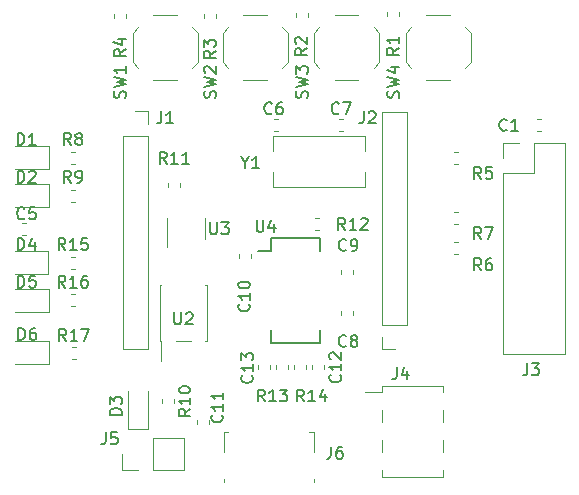
<source format=gto>
G04 #@! TF.GenerationSoftware,KiCad,Pcbnew,(5.1.4)-1*
G04 #@! TF.CreationDate,2019-10-27T13:28:14-04:00*
G04 #@! TF.ProjectId,wiproc,77697072-6f63-42e6-9b69-6361645f7063,rev?*
G04 #@! TF.SameCoordinates,Original*
G04 #@! TF.FileFunction,Legend,Top*
G04 #@! TF.FilePolarity,Positive*
%FSLAX46Y46*%
G04 Gerber Fmt 4.6, Leading zero omitted, Abs format (unit mm)*
G04 Created by KiCad (PCBNEW (5.1.4)-1) date 2019-10-27 13:28:14*
%MOMM*%
%LPD*%
G04 APERTURE LIST*
%ADD10C,0.120000*%
%ADD11C,0.150000*%
G04 APERTURE END LIST*
D10*
X139866000Y-76053000D02*
X139866000Y-73553000D01*
X141616000Y-77553000D02*
X143616000Y-77553000D01*
X145366000Y-76053000D02*
X145366000Y-73553000D01*
X141616000Y-72053000D02*
X143616000Y-72053000D01*
X140316000Y-76503000D02*
X139866000Y-76053000D01*
X140316000Y-73103000D02*
X139866000Y-73553000D01*
X144916000Y-73103000D02*
X145366000Y-73553000D01*
X144916000Y-76503000D02*
X145366000Y-76053000D01*
X132129000Y-76053000D02*
X132129000Y-73553000D01*
X133879000Y-77553000D02*
X135879000Y-77553000D01*
X137629000Y-76053000D02*
X137629000Y-73553000D01*
X133879000Y-72053000D02*
X135879000Y-72053000D01*
X132579000Y-76503000D02*
X132129000Y-76053000D01*
X132579000Y-73103000D02*
X132129000Y-73553000D01*
X137179000Y-73103000D02*
X137629000Y-73553000D01*
X137179000Y-76503000D02*
X137629000Y-76053000D01*
X142309667Y-80871600D02*
X141967133Y-80871600D01*
X142309667Y-81891600D02*
X141967133Y-81891600D01*
X155896000Y-82871000D02*
X157226000Y-82871000D01*
X155896000Y-84201000D02*
X155896000Y-82871000D01*
X158496000Y-82871000D02*
X161096000Y-82871000D01*
X158496000Y-85471000D02*
X158496000Y-82871000D01*
X155896000Y-85471000D02*
X158496000Y-85471000D01*
X161096000Y-82871000D02*
X161096000Y-100771000D01*
X155896000Y-85471000D02*
X155896000Y-100771000D01*
X155896000Y-100771000D02*
X161096000Y-100771000D01*
X146710400Y-100348600D02*
X145650400Y-100348600D01*
X145650400Y-100348600D02*
X145650400Y-99288600D01*
X145650400Y-98288600D02*
X145650400Y-80228600D01*
X147770400Y-80228600D02*
X145650400Y-80228600D01*
X147770400Y-98288600D02*
X147770400Y-80228600D01*
X147770400Y-98288600D02*
X145650400Y-98288600D01*
X124714000Y-80220000D02*
X125774000Y-80220000D01*
X125774000Y-80220000D02*
X125774000Y-81280000D01*
X125774000Y-82280000D02*
X125774000Y-100340000D01*
X123654000Y-100340000D02*
X125774000Y-100340000D01*
X123654000Y-82280000D02*
X123654000Y-100340000D01*
X123654000Y-82280000D02*
X125774000Y-82280000D01*
X126778000Y-94882000D02*
X126928000Y-94882000D01*
X126778000Y-99682000D02*
X126778000Y-94882000D01*
X126928000Y-99682000D02*
X126778000Y-99682000D01*
X130778000Y-99682000D02*
X130628000Y-99682000D01*
X130778000Y-94882000D02*
X130778000Y-99682000D01*
X130628000Y-94882000D02*
X130778000Y-94882000D01*
X129428000Y-99682000D02*
X128128000Y-99682000D01*
X126928000Y-99682000D02*
X126928000Y-101382000D01*
X136371000Y-82285000D02*
X136371000Y-83555000D01*
X144211000Y-82285000D02*
X144211000Y-83555000D01*
X144211000Y-82285000D02*
X136371000Y-82285000D01*
X136371000Y-86625000D02*
X136371000Y-85355000D01*
X144211000Y-86625000D02*
X144211000Y-85355000D01*
X144211000Y-86625000D02*
X136371000Y-86625000D01*
D11*
X136228000Y-92012000D02*
X135103000Y-92012000D01*
X136228000Y-99852000D02*
X140378000Y-99852000D01*
X136228000Y-90902000D02*
X140378000Y-90902000D01*
X136228000Y-99852000D02*
X136228000Y-98742000D01*
X140378000Y-99852000D02*
X140378000Y-98742000D01*
X140378000Y-90902000D02*
X140378000Y-92012000D01*
X136228000Y-92012000D02*
X136228000Y-90902000D01*
D10*
X127422000Y-89227000D02*
X127422000Y-91677000D01*
X130642000Y-91027000D02*
X130642000Y-89227000D01*
X147618000Y-76053000D02*
X147618000Y-73553000D01*
X149368000Y-77553000D02*
X151368000Y-77553000D01*
X153118000Y-76053000D02*
X153118000Y-73553000D01*
X149368000Y-72053000D02*
X151368000Y-72053000D01*
X148068000Y-76503000D02*
X147618000Y-76053000D01*
X148068000Y-73103000D02*
X147618000Y-73553000D01*
X152668000Y-73103000D02*
X153118000Y-73553000D01*
X152668000Y-76503000D02*
X153118000Y-76053000D01*
X124504000Y-76053000D02*
X124504000Y-73553000D01*
X126254000Y-77553000D02*
X128254000Y-77553000D01*
X130004000Y-76053000D02*
X130004000Y-73553000D01*
X126254000Y-72053000D02*
X128254000Y-72053000D01*
X124954000Y-76503000D02*
X124504000Y-76053000D01*
X124954000Y-73103000D02*
X124504000Y-73553000D01*
X129554000Y-73103000D02*
X130004000Y-73553000D01*
X129554000Y-76503000D02*
X130004000Y-76053000D01*
X119349733Y-101157500D02*
X119692267Y-101157500D01*
X119349733Y-100137500D02*
X119692267Y-100137500D01*
X119258233Y-96712500D02*
X119600767Y-96712500D01*
X119258233Y-95692500D02*
X119600767Y-95692500D01*
X119258233Y-93601000D02*
X119600767Y-93601000D01*
X119258233Y-92581000D02*
X119600767Y-92581000D01*
X138174000Y-101682733D02*
X138174000Y-102025267D01*
X139194000Y-101682733D02*
X139194000Y-102025267D01*
X136650000Y-101682733D02*
X136650000Y-102025267D01*
X137670000Y-101682733D02*
X137670000Y-102025267D01*
X140252267Y-89279000D02*
X139909733Y-89279000D01*
X140252267Y-90299000D02*
X139909733Y-90299000D01*
X128526000Y-86658267D02*
X128526000Y-86315733D01*
X127506000Y-86658267D02*
X127506000Y-86315733D01*
X126998000Y-104589733D02*
X126998000Y-104932267D01*
X128018000Y-104589733D02*
X128018000Y-104932267D01*
X119258233Y-87886000D02*
X119600767Y-87886000D01*
X119258233Y-86866000D02*
X119600767Y-86866000D01*
X119258233Y-84647500D02*
X119600767Y-84647500D01*
X119258233Y-83627500D02*
X119600767Y-83627500D01*
X151734733Y-89791000D02*
X152077267Y-89791000D01*
X151734733Y-88771000D02*
X152077267Y-88771000D01*
X151734733Y-92331000D02*
X152077267Y-92331000D01*
X151734733Y-91311000D02*
X152077267Y-91311000D01*
X151734733Y-84711000D02*
X152077267Y-84711000D01*
X151734733Y-83691000D02*
X152077267Y-83691000D01*
X123954000Y-72293267D02*
X123954000Y-71950733D01*
X122934000Y-72293267D02*
X122934000Y-71950733D01*
X131574000Y-72307267D02*
X131574000Y-71964733D01*
X130554000Y-72307267D02*
X130554000Y-71964733D01*
X139321000Y-72194267D02*
X139321000Y-71851733D01*
X138301000Y-72194267D02*
X138301000Y-71851733D01*
X147068000Y-72180267D02*
X147068000Y-71837733D01*
X146048000Y-72180267D02*
X146048000Y-71837733D01*
X132218000Y-111636000D02*
X132218000Y-111376000D01*
X132218000Y-109096000D02*
X132218000Y-107326000D01*
X132218000Y-107326000D02*
X132598000Y-107326000D01*
X139838000Y-107326000D02*
X139838000Y-109096000D01*
X139838000Y-111376000D02*
X139838000Y-111636000D01*
X139838000Y-107326000D02*
X139458000Y-107326000D01*
X123638000Y-110550000D02*
X123638000Y-109220000D01*
X124968000Y-110550000D02*
X123638000Y-110550000D01*
X126238000Y-110550000D02*
X126238000Y-107890000D01*
X126238000Y-107890000D02*
X128838000Y-107890000D01*
X126238000Y-110550000D02*
X128838000Y-110550000D01*
X128838000Y-110550000D02*
X128838000Y-107890000D01*
X150794000Y-108075000D02*
X150794000Y-109095000D01*
X145594000Y-108075000D02*
X145594000Y-109095000D01*
X150794000Y-105535000D02*
X150794000Y-106555000D01*
X145594000Y-105535000D02*
X145594000Y-106555000D01*
X150794000Y-110615000D02*
X150794000Y-111185000D01*
X145594000Y-110615000D02*
X145594000Y-111185000D01*
X150794000Y-103445000D02*
X150794000Y-104015000D01*
X145594000Y-103445000D02*
X145594000Y-104015000D01*
X144154000Y-104015000D02*
X145594000Y-104015000D01*
X145594000Y-111185000D02*
X150794000Y-111185000D01*
X145594000Y-103445000D02*
X150794000Y-103445000D01*
X117421000Y-99687500D02*
X114561000Y-99687500D01*
X117421000Y-101607500D02*
X117421000Y-99687500D01*
X114561000Y-101607500D02*
X117421000Y-101607500D01*
X117375500Y-95242500D02*
X114515500Y-95242500D01*
X117375500Y-97162500D02*
X117375500Y-95242500D01*
X114515500Y-97162500D02*
X117375500Y-97162500D01*
X117357500Y-92067500D02*
X114497500Y-92067500D01*
X117357500Y-93987500D02*
X117357500Y-92067500D01*
X114497500Y-93987500D02*
X117357500Y-93987500D01*
X124118000Y-107076000D02*
X124118000Y-103926000D01*
X125818000Y-107076000D02*
X125818000Y-103926000D01*
X124118000Y-107076000D02*
X125818000Y-107076000D01*
X117375500Y-86352500D02*
X114515500Y-86352500D01*
X117375500Y-88272500D02*
X117375500Y-86352500D01*
X114515500Y-88272500D02*
X117375500Y-88272500D01*
X117375500Y-83177500D02*
X114515500Y-83177500D01*
X117375500Y-85097500D02*
X117375500Y-83177500D01*
X114515500Y-85097500D02*
X117375500Y-85097500D01*
X136146000Y-102025267D02*
X136146000Y-101682733D01*
X135126000Y-102025267D02*
X135126000Y-101682733D01*
X140718000Y-102025267D02*
X140718000Y-101682733D01*
X139698000Y-102025267D02*
X139698000Y-101682733D01*
X129919000Y-106381733D02*
X129919000Y-106724267D01*
X130939000Y-106381733D02*
X130939000Y-106724267D01*
X134495000Y-92641267D02*
X134495000Y-92298733D01*
X133475000Y-92641267D02*
X133475000Y-92298733D01*
X143131000Y-94024267D02*
X143131000Y-93681733D01*
X142111000Y-94024267D02*
X142111000Y-93681733D01*
X142111000Y-97096733D02*
X142111000Y-97439267D01*
X143131000Y-97096733D02*
X143131000Y-97439267D01*
X136823267Y-80871600D02*
X136480733Y-80871600D01*
X136823267Y-81891600D02*
X136480733Y-81891600D01*
X115130733Y-90680000D02*
X115473267Y-90680000D01*
X115130733Y-89660000D02*
X115473267Y-89660000D01*
X159062267Y-80897000D02*
X158719733Y-80897000D01*
X159062267Y-81917000D02*
X158719733Y-81917000D01*
D11*
X139270761Y-79057333D02*
X139318380Y-78914476D01*
X139318380Y-78676380D01*
X139270761Y-78581142D01*
X139223142Y-78533523D01*
X139127904Y-78485904D01*
X139032666Y-78485904D01*
X138937428Y-78533523D01*
X138889809Y-78581142D01*
X138842190Y-78676380D01*
X138794571Y-78866857D01*
X138746952Y-78962095D01*
X138699333Y-79009714D01*
X138604095Y-79057333D01*
X138508857Y-79057333D01*
X138413619Y-79009714D01*
X138366000Y-78962095D01*
X138318380Y-78866857D01*
X138318380Y-78628761D01*
X138366000Y-78485904D01*
X138318380Y-78152571D02*
X139318380Y-77914476D01*
X138604095Y-77724000D01*
X139318380Y-77533523D01*
X138318380Y-77295428D01*
X138318380Y-77009714D02*
X138318380Y-76390666D01*
X138699333Y-76724000D01*
X138699333Y-76581142D01*
X138746952Y-76485904D01*
X138794571Y-76438285D01*
X138889809Y-76390666D01*
X139127904Y-76390666D01*
X139223142Y-76438285D01*
X139270761Y-76485904D01*
X139318380Y-76581142D01*
X139318380Y-76866857D01*
X139270761Y-76962095D01*
X139223142Y-77009714D01*
X131494161Y-79057333D02*
X131541780Y-78914476D01*
X131541780Y-78676380D01*
X131494161Y-78581142D01*
X131446542Y-78533523D01*
X131351304Y-78485904D01*
X131256066Y-78485904D01*
X131160828Y-78533523D01*
X131113209Y-78581142D01*
X131065590Y-78676380D01*
X131017971Y-78866857D01*
X130970352Y-78962095D01*
X130922733Y-79009714D01*
X130827495Y-79057333D01*
X130732257Y-79057333D01*
X130637019Y-79009714D01*
X130589400Y-78962095D01*
X130541780Y-78866857D01*
X130541780Y-78628761D01*
X130589400Y-78485904D01*
X130541780Y-78152571D02*
X131541780Y-77914476D01*
X130827495Y-77724000D01*
X131541780Y-77533523D01*
X130541780Y-77295428D01*
X130637019Y-76962095D02*
X130589400Y-76914476D01*
X130541780Y-76819238D01*
X130541780Y-76581142D01*
X130589400Y-76485904D01*
X130637019Y-76438285D01*
X130732257Y-76390666D01*
X130827495Y-76390666D01*
X130970352Y-76438285D01*
X131541780Y-77009714D01*
X131541780Y-76390666D01*
X141971733Y-80367142D02*
X141924114Y-80414761D01*
X141781257Y-80462380D01*
X141686019Y-80462380D01*
X141543161Y-80414761D01*
X141447923Y-80319523D01*
X141400304Y-80224285D01*
X141352685Y-80033809D01*
X141352685Y-79890952D01*
X141400304Y-79700476D01*
X141447923Y-79605238D01*
X141543161Y-79510000D01*
X141686019Y-79462380D01*
X141781257Y-79462380D01*
X141924114Y-79510000D01*
X141971733Y-79557619D01*
X142305066Y-79462380D02*
X142971733Y-79462380D01*
X142543161Y-80462380D01*
X157908666Y-101560380D02*
X157908666Y-102274666D01*
X157861047Y-102417523D01*
X157765809Y-102512761D01*
X157622952Y-102560380D01*
X157527714Y-102560380D01*
X158289619Y-101560380D02*
X158908666Y-101560380D01*
X158575333Y-101941333D01*
X158718190Y-101941333D01*
X158813428Y-101988952D01*
X158861047Y-102036571D01*
X158908666Y-102131809D01*
X158908666Y-102369904D01*
X158861047Y-102465142D01*
X158813428Y-102512761D01*
X158718190Y-102560380D01*
X158432476Y-102560380D01*
X158337238Y-102512761D01*
X158289619Y-102465142D01*
X144065666Y-80224380D02*
X144065666Y-80938666D01*
X144018047Y-81081523D01*
X143922809Y-81176761D01*
X143779952Y-81224380D01*
X143684714Y-81224380D01*
X144494238Y-80319619D02*
X144541857Y-80272000D01*
X144637095Y-80224380D01*
X144875190Y-80224380D01*
X144970428Y-80272000D01*
X145018047Y-80319619D01*
X145065666Y-80414857D01*
X145065666Y-80510095D01*
X145018047Y-80652952D01*
X144446619Y-81224380D01*
X145065666Y-81224380D01*
X126920666Y-80224380D02*
X126920666Y-80938666D01*
X126873047Y-81081523D01*
X126777809Y-81176761D01*
X126634952Y-81224380D01*
X126539714Y-81224380D01*
X127920666Y-81224380D02*
X127349238Y-81224380D01*
X127634952Y-81224380D02*
X127634952Y-80224380D01*
X127539714Y-80367238D01*
X127444476Y-80462476D01*
X127349238Y-80510095D01*
X128016095Y-97242380D02*
X128016095Y-98051904D01*
X128063714Y-98147142D01*
X128111333Y-98194761D01*
X128206571Y-98242380D01*
X128397047Y-98242380D01*
X128492285Y-98194761D01*
X128539904Y-98147142D01*
X128587523Y-98051904D01*
X128587523Y-97242380D01*
X129016095Y-97337619D02*
X129063714Y-97290000D01*
X129158952Y-97242380D01*
X129397047Y-97242380D01*
X129492285Y-97290000D01*
X129539904Y-97337619D01*
X129587523Y-97432857D01*
X129587523Y-97528095D01*
X129539904Y-97670952D01*
X128968476Y-98242380D01*
X129587523Y-98242380D01*
X134016809Y-84558190D02*
X134016809Y-85034380D01*
X133683476Y-84034380D02*
X134016809Y-84558190D01*
X134350142Y-84034380D01*
X135207285Y-85034380D02*
X134635857Y-85034380D01*
X134921571Y-85034380D02*
X134921571Y-84034380D01*
X134826333Y-84177238D01*
X134731095Y-84272476D01*
X134635857Y-84320095D01*
X135001095Y-89429380D02*
X135001095Y-90238904D01*
X135048714Y-90334142D01*
X135096333Y-90381761D01*
X135191571Y-90429380D01*
X135382047Y-90429380D01*
X135477285Y-90381761D01*
X135524904Y-90334142D01*
X135572523Y-90238904D01*
X135572523Y-89429380D01*
X136477285Y-89762714D02*
X136477285Y-90429380D01*
X136239190Y-89381761D02*
X136001095Y-90096047D01*
X136620142Y-90096047D01*
X131064095Y-89622380D02*
X131064095Y-90431904D01*
X131111714Y-90527142D01*
X131159333Y-90574761D01*
X131254571Y-90622380D01*
X131445047Y-90622380D01*
X131540285Y-90574761D01*
X131587904Y-90527142D01*
X131635523Y-90431904D01*
X131635523Y-89622380D01*
X132016476Y-89622380D02*
X132635523Y-89622380D01*
X132302190Y-90003333D01*
X132445047Y-90003333D01*
X132540285Y-90050952D01*
X132587904Y-90098571D01*
X132635523Y-90193809D01*
X132635523Y-90431904D01*
X132587904Y-90527142D01*
X132540285Y-90574761D01*
X132445047Y-90622380D01*
X132159333Y-90622380D01*
X132064095Y-90574761D01*
X132016476Y-90527142D01*
X147022761Y-79057333D02*
X147070380Y-78914476D01*
X147070380Y-78676380D01*
X147022761Y-78581142D01*
X146975142Y-78533523D01*
X146879904Y-78485904D01*
X146784666Y-78485904D01*
X146689428Y-78533523D01*
X146641809Y-78581142D01*
X146594190Y-78676380D01*
X146546571Y-78866857D01*
X146498952Y-78962095D01*
X146451333Y-79009714D01*
X146356095Y-79057333D01*
X146260857Y-79057333D01*
X146165619Y-79009714D01*
X146118000Y-78962095D01*
X146070380Y-78866857D01*
X146070380Y-78628761D01*
X146118000Y-78485904D01*
X146070380Y-78152571D02*
X147070380Y-77914476D01*
X146356095Y-77724000D01*
X147070380Y-77533523D01*
X146070380Y-77295428D01*
X146403714Y-76485904D02*
X147070380Y-76485904D01*
X146022761Y-76724000D02*
X146737047Y-76962095D01*
X146737047Y-76343047D01*
X123848761Y-79057333D02*
X123896380Y-78914476D01*
X123896380Y-78676380D01*
X123848761Y-78581142D01*
X123801142Y-78533523D01*
X123705904Y-78485904D01*
X123610666Y-78485904D01*
X123515428Y-78533523D01*
X123467809Y-78581142D01*
X123420190Y-78676380D01*
X123372571Y-78866857D01*
X123324952Y-78962095D01*
X123277333Y-79009714D01*
X123182095Y-79057333D01*
X123086857Y-79057333D01*
X122991619Y-79009714D01*
X122944000Y-78962095D01*
X122896380Y-78866857D01*
X122896380Y-78628761D01*
X122944000Y-78485904D01*
X122896380Y-78152571D02*
X123896380Y-77914476D01*
X123182095Y-77724000D01*
X123896380Y-77533523D01*
X122896380Y-77295428D01*
X123896380Y-76390666D02*
X123896380Y-76962095D01*
X123896380Y-76676380D02*
X122896380Y-76676380D01*
X123039238Y-76771619D01*
X123134476Y-76866857D01*
X123182095Y-76962095D01*
X118864142Y-99639380D02*
X118530809Y-99163190D01*
X118292714Y-99639380D02*
X118292714Y-98639380D01*
X118673666Y-98639380D01*
X118768904Y-98687000D01*
X118816523Y-98734619D01*
X118864142Y-98829857D01*
X118864142Y-98972714D01*
X118816523Y-99067952D01*
X118768904Y-99115571D01*
X118673666Y-99163190D01*
X118292714Y-99163190D01*
X119816523Y-99639380D02*
X119245095Y-99639380D01*
X119530809Y-99639380D02*
X119530809Y-98639380D01*
X119435571Y-98782238D01*
X119340333Y-98877476D01*
X119245095Y-98925095D01*
X120149857Y-98639380D02*
X120816523Y-98639380D01*
X120387952Y-99639380D01*
X118800642Y-95130880D02*
X118467309Y-94654690D01*
X118229214Y-95130880D02*
X118229214Y-94130880D01*
X118610166Y-94130880D01*
X118705404Y-94178500D01*
X118753023Y-94226119D01*
X118800642Y-94321357D01*
X118800642Y-94464214D01*
X118753023Y-94559452D01*
X118705404Y-94607071D01*
X118610166Y-94654690D01*
X118229214Y-94654690D01*
X119753023Y-95130880D02*
X119181595Y-95130880D01*
X119467309Y-95130880D02*
X119467309Y-94130880D01*
X119372071Y-94273738D01*
X119276833Y-94368976D01*
X119181595Y-94416595D01*
X120610166Y-94130880D02*
X120419690Y-94130880D01*
X120324452Y-94178500D01*
X120276833Y-94226119D01*
X120181595Y-94368976D01*
X120133976Y-94559452D01*
X120133976Y-94940404D01*
X120181595Y-95035642D01*
X120229214Y-95083261D01*
X120324452Y-95130880D01*
X120514928Y-95130880D01*
X120610166Y-95083261D01*
X120657785Y-95035642D01*
X120705404Y-94940404D01*
X120705404Y-94702309D01*
X120657785Y-94607071D01*
X120610166Y-94559452D01*
X120514928Y-94511833D01*
X120324452Y-94511833D01*
X120229214Y-94559452D01*
X120181595Y-94607071D01*
X120133976Y-94702309D01*
X118800642Y-91955880D02*
X118467309Y-91479690D01*
X118229214Y-91955880D02*
X118229214Y-90955880D01*
X118610166Y-90955880D01*
X118705404Y-91003500D01*
X118753023Y-91051119D01*
X118800642Y-91146357D01*
X118800642Y-91289214D01*
X118753023Y-91384452D01*
X118705404Y-91432071D01*
X118610166Y-91479690D01*
X118229214Y-91479690D01*
X119753023Y-91955880D02*
X119181595Y-91955880D01*
X119467309Y-91955880D02*
X119467309Y-90955880D01*
X119372071Y-91098738D01*
X119276833Y-91193976D01*
X119181595Y-91241595D01*
X120657785Y-90955880D02*
X120181595Y-90955880D01*
X120133976Y-91432071D01*
X120181595Y-91384452D01*
X120276833Y-91336833D01*
X120514928Y-91336833D01*
X120610166Y-91384452D01*
X120657785Y-91432071D01*
X120705404Y-91527309D01*
X120705404Y-91765404D01*
X120657785Y-91860642D01*
X120610166Y-91908261D01*
X120514928Y-91955880D01*
X120276833Y-91955880D01*
X120181595Y-91908261D01*
X120133976Y-91860642D01*
X139006342Y-104770180D02*
X138673009Y-104293990D01*
X138434914Y-104770180D02*
X138434914Y-103770180D01*
X138815866Y-103770180D01*
X138911104Y-103817800D01*
X138958723Y-103865419D01*
X139006342Y-103960657D01*
X139006342Y-104103514D01*
X138958723Y-104198752D01*
X138911104Y-104246371D01*
X138815866Y-104293990D01*
X138434914Y-104293990D01*
X139958723Y-104770180D02*
X139387295Y-104770180D01*
X139673009Y-104770180D02*
X139673009Y-103770180D01*
X139577771Y-103913038D01*
X139482533Y-104008276D01*
X139387295Y-104055895D01*
X140815866Y-104103514D02*
X140815866Y-104770180D01*
X140577771Y-103722561D02*
X140339676Y-104436847D01*
X140958723Y-104436847D01*
X135678942Y-104770180D02*
X135345609Y-104293990D01*
X135107514Y-104770180D02*
X135107514Y-103770180D01*
X135488466Y-103770180D01*
X135583704Y-103817800D01*
X135631323Y-103865419D01*
X135678942Y-103960657D01*
X135678942Y-104103514D01*
X135631323Y-104198752D01*
X135583704Y-104246371D01*
X135488466Y-104293990D01*
X135107514Y-104293990D01*
X136631323Y-104770180D02*
X136059895Y-104770180D01*
X136345609Y-104770180D02*
X136345609Y-103770180D01*
X136250371Y-103913038D01*
X136155133Y-104008276D01*
X136059895Y-104055895D01*
X136964657Y-103770180D02*
X137583704Y-103770180D01*
X137250371Y-104151133D01*
X137393228Y-104151133D01*
X137488466Y-104198752D01*
X137536085Y-104246371D01*
X137583704Y-104341609D01*
X137583704Y-104579704D01*
X137536085Y-104674942D01*
X137488466Y-104722561D01*
X137393228Y-104770180D01*
X137107514Y-104770180D01*
X137012276Y-104722561D01*
X136964657Y-104674942D01*
X142486142Y-90241380D02*
X142152809Y-89765190D01*
X141914714Y-90241380D02*
X141914714Y-89241380D01*
X142295666Y-89241380D01*
X142390904Y-89289000D01*
X142438523Y-89336619D01*
X142486142Y-89431857D01*
X142486142Y-89574714D01*
X142438523Y-89669952D01*
X142390904Y-89717571D01*
X142295666Y-89765190D01*
X141914714Y-89765190D01*
X143438523Y-90241380D02*
X142867095Y-90241380D01*
X143152809Y-90241380D02*
X143152809Y-89241380D01*
X143057571Y-89384238D01*
X142962333Y-89479476D01*
X142867095Y-89527095D01*
X143819476Y-89336619D02*
X143867095Y-89289000D01*
X143962333Y-89241380D01*
X144200428Y-89241380D01*
X144295666Y-89289000D01*
X144343285Y-89336619D01*
X144390904Y-89431857D01*
X144390904Y-89527095D01*
X144343285Y-89669952D01*
X143771857Y-90241380D01*
X144390904Y-90241380D01*
X127373142Y-84653380D02*
X127039809Y-84177190D01*
X126801714Y-84653380D02*
X126801714Y-83653380D01*
X127182666Y-83653380D01*
X127277904Y-83701000D01*
X127325523Y-83748619D01*
X127373142Y-83843857D01*
X127373142Y-83986714D01*
X127325523Y-84081952D01*
X127277904Y-84129571D01*
X127182666Y-84177190D01*
X126801714Y-84177190D01*
X128325523Y-84653380D02*
X127754095Y-84653380D01*
X128039809Y-84653380D02*
X128039809Y-83653380D01*
X127944571Y-83796238D01*
X127849333Y-83891476D01*
X127754095Y-83939095D01*
X129277904Y-84653380D02*
X128706476Y-84653380D01*
X128992190Y-84653380D02*
X128992190Y-83653380D01*
X128896952Y-83796238D01*
X128801714Y-83891476D01*
X128706476Y-83939095D01*
X129390380Y-105403857D02*
X128914190Y-105737190D01*
X129390380Y-105975285D02*
X128390380Y-105975285D01*
X128390380Y-105594333D01*
X128438000Y-105499095D01*
X128485619Y-105451476D01*
X128580857Y-105403857D01*
X128723714Y-105403857D01*
X128818952Y-105451476D01*
X128866571Y-105499095D01*
X128914190Y-105594333D01*
X128914190Y-105975285D01*
X129390380Y-104451476D02*
X129390380Y-105022904D01*
X129390380Y-104737190D02*
X128390380Y-104737190D01*
X128533238Y-104832428D01*
X128628476Y-104927666D01*
X128676095Y-105022904D01*
X128390380Y-103832428D02*
X128390380Y-103737190D01*
X128438000Y-103641952D01*
X128485619Y-103594333D01*
X128580857Y-103546714D01*
X128771333Y-103499095D01*
X129009428Y-103499095D01*
X129199904Y-103546714D01*
X129295142Y-103594333D01*
X129342761Y-103641952D01*
X129390380Y-103737190D01*
X129390380Y-103832428D01*
X129342761Y-103927666D01*
X129295142Y-103975285D01*
X129199904Y-104022904D01*
X129009428Y-104070523D01*
X128771333Y-104070523D01*
X128580857Y-104022904D01*
X128485619Y-103975285D01*
X128438000Y-103927666D01*
X128390380Y-103832428D01*
X119276833Y-86240880D02*
X118943500Y-85764690D01*
X118705404Y-86240880D02*
X118705404Y-85240880D01*
X119086357Y-85240880D01*
X119181595Y-85288500D01*
X119229214Y-85336119D01*
X119276833Y-85431357D01*
X119276833Y-85574214D01*
X119229214Y-85669452D01*
X119181595Y-85717071D01*
X119086357Y-85764690D01*
X118705404Y-85764690D01*
X119753023Y-86240880D02*
X119943500Y-86240880D01*
X120038738Y-86193261D01*
X120086357Y-86145642D01*
X120181595Y-86002785D01*
X120229214Y-85812309D01*
X120229214Y-85431357D01*
X120181595Y-85336119D01*
X120133976Y-85288500D01*
X120038738Y-85240880D01*
X119848261Y-85240880D01*
X119753023Y-85288500D01*
X119705404Y-85336119D01*
X119657785Y-85431357D01*
X119657785Y-85669452D01*
X119705404Y-85764690D01*
X119753023Y-85812309D01*
X119848261Y-85859928D01*
X120038738Y-85859928D01*
X120133976Y-85812309D01*
X120181595Y-85764690D01*
X120229214Y-85669452D01*
X119276833Y-83065880D02*
X118943500Y-82589690D01*
X118705404Y-83065880D02*
X118705404Y-82065880D01*
X119086357Y-82065880D01*
X119181595Y-82113500D01*
X119229214Y-82161119D01*
X119276833Y-82256357D01*
X119276833Y-82399214D01*
X119229214Y-82494452D01*
X119181595Y-82542071D01*
X119086357Y-82589690D01*
X118705404Y-82589690D01*
X119848261Y-82494452D02*
X119753023Y-82446833D01*
X119705404Y-82399214D01*
X119657785Y-82303976D01*
X119657785Y-82256357D01*
X119705404Y-82161119D01*
X119753023Y-82113500D01*
X119848261Y-82065880D01*
X120038738Y-82065880D01*
X120133976Y-82113500D01*
X120181595Y-82161119D01*
X120229214Y-82256357D01*
X120229214Y-82303976D01*
X120181595Y-82399214D01*
X120133976Y-82446833D01*
X120038738Y-82494452D01*
X119848261Y-82494452D01*
X119753023Y-82542071D01*
X119705404Y-82589690D01*
X119657785Y-82684928D01*
X119657785Y-82875404D01*
X119705404Y-82970642D01*
X119753023Y-83018261D01*
X119848261Y-83065880D01*
X120038738Y-83065880D01*
X120133976Y-83018261D01*
X120181595Y-82970642D01*
X120229214Y-82875404D01*
X120229214Y-82684928D01*
X120181595Y-82589690D01*
X120133976Y-82542071D01*
X120038738Y-82494452D01*
X154011333Y-91003380D02*
X153678000Y-90527190D01*
X153439904Y-91003380D02*
X153439904Y-90003380D01*
X153820857Y-90003380D01*
X153916095Y-90051000D01*
X153963714Y-90098619D01*
X154011333Y-90193857D01*
X154011333Y-90336714D01*
X153963714Y-90431952D01*
X153916095Y-90479571D01*
X153820857Y-90527190D01*
X153439904Y-90527190D01*
X154344666Y-90003380D02*
X155011333Y-90003380D01*
X154582761Y-91003380D01*
X154011333Y-93670380D02*
X153678000Y-93194190D01*
X153439904Y-93670380D02*
X153439904Y-92670380D01*
X153820857Y-92670380D01*
X153916095Y-92718000D01*
X153963714Y-92765619D01*
X154011333Y-92860857D01*
X154011333Y-93003714D01*
X153963714Y-93098952D01*
X153916095Y-93146571D01*
X153820857Y-93194190D01*
X153439904Y-93194190D01*
X154868476Y-92670380D02*
X154678000Y-92670380D01*
X154582761Y-92718000D01*
X154535142Y-92765619D01*
X154439904Y-92908476D01*
X154392285Y-93098952D01*
X154392285Y-93479904D01*
X154439904Y-93575142D01*
X154487523Y-93622761D01*
X154582761Y-93670380D01*
X154773238Y-93670380D01*
X154868476Y-93622761D01*
X154916095Y-93575142D01*
X154963714Y-93479904D01*
X154963714Y-93241809D01*
X154916095Y-93146571D01*
X154868476Y-93098952D01*
X154773238Y-93051333D01*
X154582761Y-93051333D01*
X154487523Y-93098952D01*
X154439904Y-93146571D01*
X154392285Y-93241809D01*
X154011333Y-85923380D02*
X153678000Y-85447190D01*
X153439904Y-85923380D02*
X153439904Y-84923380D01*
X153820857Y-84923380D01*
X153916095Y-84971000D01*
X153963714Y-85018619D01*
X154011333Y-85113857D01*
X154011333Y-85256714D01*
X153963714Y-85351952D01*
X153916095Y-85399571D01*
X153820857Y-85447190D01*
X153439904Y-85447190D01*
X154916095Y-84923380D02*
X154439904Y-84923380D01*
X154392285Y-85399571D01*
X154439904Y-85351952D01*
X154535142Y-85304333D01*
X154773238Y-85304333D01*
X154868476Y-85351952D01*
X154916095Y-85399571D01*
X154963714Y-85494809D01*
X154963714Y-85732904D01*
X154916095Y-85828142D01*
X154868476Y-85875761D01*
X154773238Y-85923380D01*
X154535142Y-85923380D01*
X154439904Y-85875761D01*
X154392285Y-85828142D01*
X123896380Y-74969666D02*
X123420190Y-75303000D01*
X123896380Y-75541095D02*
X122896380Y-75541095D01*
X122896380Y-75160142D01*
X122944000Y-75064904D01*
X122991619Y-75017285D01*
X123086857Y-74969666D01*
X123229714Y-74969666D01*
X123324952Y-75017285D01*
X123372571Y-75064904D01*
X123420190Y-75160142D01*
X123420190Y-75541095D01*
X123229714Y-74112523D02*
X123896380Y-74112523D01*
X122848761Y-74350619D02*
X123563047Y-74588714D01*
X123563047Y-73969666D01*
X131516380Y-75096666D02*
X131040190Y-75430000D01*
X131516380Y-75668095D02*
X130516380Y-75668095D01*
X130516380Y-75287142D01*
X130564000Y-75191904D01*
X130611619Y-75144285D01*
X130706857Y-75096666D01*
X130849714Y-75096666D01*
X130944952Y-75144285D01*
X130992571Y-75191904D01*
X131040190Y-75287142D01*
X131040190Y-75668095D01*
X130516380Y-74763333D02*
X130516380Y-74144285D01*
X130897333Y-74477619D01*
X130897333Y-74334761D01*
X130944952Y-74239523D01*
X130992571Y-74191904D01*
X131087809Y-74144285D01*
X131325904Y-74144285D01*
X131421142Y-74191904D01*
X131468761Y-74239523D01*
X131516380Y-74334761D01*
X131516380Y-74620476D01*
X131468761Y-74715714D01*
X131421142Y-74763333D01*
X139263380Y-74870666D02*
X138787190Y-75204000D01*
X139263380Y-75442095D02*
X138263380Y-75442095D01*
X138263380Y-75061142D01*
X138311000Y-74965904D01*
X138358619Y-74918285D01*
X138453857Y-74870666D01*
X138596714Y-74870666D01*
X138691952Y-74918285D01*
X138739571Y-74965904D01*
X138787190Y-75061142D01*
X138787190Y-75442095D01*
X138358619Y-74489714D02*
X138311000Y-74442095D01*
X138263380Y-74346857D01*
X138263380Y-74108761D01*
X138311000Y-74013523D01*
X138358619Y-73965904D01*
X138453857Y-73918285D01*
X138549095Y-73918285D01*
X138691952Y-73965904D01*
X139263380Y-74537333D01*
X139263380Y-73918285D01*
X147010380Y-74828666D02*
X146534190Y-75162000D01*
X147010380Y-75400095D02*
X146010380Y-75400095D01*
X146010380Y-75019142D01*
X146058000Y-74923904D01*
X146105619Y-74876285D01*
X146200857Y-74828666D01*
X146343714Y-74828666D01*
X146438952Y-74876285D01*
X146486571Y-74923904D01*
X146534190Y-75019142D01*
X146534190Y-75400095D01*
X147010380Y-73876285D02*
X147010380Y-74447714D01*
X147010380Y-74162000D02*
X146010380Y-74162000D01*
X146153238Y-74257238D01*
X146248476Y-74352476D01*
X146296095Y-74447714D01*
X141297066Y-108621580D02*
X141297066Y-109335866D01*
X141249447Y-109478723D01*
X141154209Y-109573961D01*
X141011352Y-109621580D01*
X140916114Y-109621580D01*
X142201828Y-108621580D02*
X142011352Y-108621580D01*
X141916114Y-108669200D01*
X141868495Y-108716819D01*
X141773257Y-108859676D01*
X141725638Y-109050152D01*
X141725638Y-109431104D01*
X141773257Y-109526342D01*
X141820876Y-109573961D01*
X141916114Y-109621580D01*
X142106590Y-109621580D01*
X142201828Y-109573961D01*
X142249447Y-109526342D01*
X142297066Y-109431104D01*
X142297066Y-109193009D01*
X142249447Y-109097771D01*
X142201828Y-109050152D01*
X142106590Y-109002533D01*
X141916114Y-109002533D01*
X141820876Y-109050152D01*
X141773257Y-109097771D01*
X141725638Y-109193009D01*
X122221666Y-107402380D02*
X122221666Y-108116666D01*
X122174047Y-108259523D01*
X122078809Y-108354761D01*
X121935952Y-108402380D01*
X121840714Y-108402380D01*
X123174047Y-107402380D02*
X122697857Y-107402380D01*
X122650238Y-107878571D01*
X122697857Y-107830952D01*
X122793095Y-107783333D01*
X123031190Y-107783333D01*
X123126428Y-107830952D01*
X123174047Y-107878571D01*
X123221666Y-107973809D01*
X123221666Y-108211904D01*
X123174047Y-108307142D01*
X123126428Y-108354761D01*
X123031190Y-108402380D01*
X122793095Y-108402380D01*
X122697857Y-108354761D01*
X122650238Y-108307142D01*
X146844666Y-101897380D02*
X146844666Y-102611666D01*
X146797047Y-102754523D01*
X146701809Y-102849761D01*
X146558952Y-102897380D01*
X146463714Y-102897380D01*
X147749428Y-102230714D02*
X147749428Y-102897380D01*
X147511333Y-101849761D02*
X147273238Y-102564047D01*
X147892285Y-102564047D01*
X114831904Y-99575880D02*
X114831904Y-98575880D01*
X115070000Y-98575880D01*
X115212857Y-98623500D01*
X115308095Y-98718738D01*
X115355714Y-98813976D01*
X115403333Y-99004452D01*
X115403333Y-99147309D01*
X115355714Y-99337785D01*
X115308095Y-99433023D01*
X115212857Y-99528261D01*
X115070000Y-99575880D01*
X114831904Y-99575880D01*
X116260476Y-98575880D02*
X116070000Y-98575880D01*
X115974761Y-98623500D01*
X115927142Y-98671119D01*
X115831904Y-98813976D01*
X115784285Y-99004452D01*
X115784285Y-99385404D01*
X115831904Y-99480642D01*
X115879523Y-99528261D01*
X115974761Y-99575880D01*
X116165238Y-99575880D01*
X116260476Y-99528261D01*
X116308095Y-99480642D01*
X116355714Y-99385404D01*
X116355714Y-99147309D01*
X116308095Y-99052071D01*
X116260476Y-99004452D01*
X116165238Y-98956833D01*
X115974761Y-98956833D01*
X115879523Y-99004452D01*
X115831904Y-99052071D01*
X115784285Y-99147309D01*
X114768404Y-95130880D02*
X114768404Y-94130880D01*
X115006500Y-94130880D01*
X115149357Y-94178500D01*
X115244595Y-94273738D01*
X115292214Y-94368976D01*
X115339833Y-94559452D01*
X115339833Y-94702309D01*
X115292214Y-94892785D01*
X115244595Y-94988023D01*
X115149357Y-95083261D01*
X115006500Y-95130880D01*
X114768404Y-95130880D01*
X116244595Y-94130880D02*
X115768404Y-94130880D01*
X115720785Y-94607071D01*
X115768404Y-94559452D01*
X115863642Y-94511833D01*
X116101738Y-94511833D01*
X116196976Y-94559452D01*
X116244595Y-94607071D01*
X116292214Y-94702309D01*
X116292214Y-94940404D01*
X116244595Y-95035642D01*
X116196976Y-95083261D01*
X116101738Y-95130880D01*
X115863642Y-95130880D01*
X115768404Y-95083261D01*
X115720785Y-95035642D01*
X114768404Y-91955880D02*
X114768404Y-90955880D01*
X115006500Y-90955880D01*
X115149357Y-91003500D01*
X115244595Y-91098738D01*
X115292214Y-91193976D01*
X115339833Y-91384452D01*
X115339833Y-91527309D01*
X115292214Y-91717785D01*
X115244595Y-91813023D01*
X115149357Y-91908261D01*
X115006500Y-91955880D01*
X114768404Y-91955880D01*
X116196976Y-91289214D02*
X116196976Y-91955880D01*
X115958880Y-90908261D02*
X115720785Y-91622547D01*
X116339833Y-91622547D01*
X123570380Y-105914095D02*
X122570380Y-105914095D01*
X122570380Y-105676000D01*
X122618000Y-105533142D01*
X122713238Y-105437904D01*
X122808476Y-105390285D01*
X122998952Y-105342666D01*
X123141809Y-105342666D01*
X123332285Y-105390285D01*
X123427523Y-105437904D01*
X123522761Y-105533142D01*
X123570380Y-105676000D01*
X123570380Y-105914095D01*
X122570380Y-105009333D02*
X122570380Y-104390285D01*
X122951333Y-104723619D01*
X122951333Y-104580761D01*
X122998952Y-104485523D01*
X123046571Y-104437904D01*
X123141809Y-104390285D01*
X123379904Y-104390285D01*
X123475142Y-104437904D01*
X123522761Y-104485523D01*
X123570380Y-104580761D01*
X123570380Y-104866476D01*
X123522761Y-104961714D01*
X123475142Y-105009333D01*
X114768404Y-86240880D02*
X114768404Y-85240880D01*
X115006500Y-85240880D01*
X115149357Y-85288500D01*
X115244595Y-85383738D01*
X115292214Y-85478976D01*
X115339833Y-85669452D01*
X115339833Y-85812309D01*
X115292214Y-86002785D01*
X115244595Y-86098023D01*
X115149357Y-86193261D01*
X115006500Y-86240880D01*
X114768404Y-86240880D01*
X115720785Y-85336119D02*
X115768404Y-85288500D01*
X115863642Y-85240880D01*
X116101738Y-85240880D01*
X116196976Y-85288500D01*
X116244595Y-85336119D01*
X116292214Y-85431357D01*
X116292214Y-85526595D01*
X116244595Y-85669452D01*
X115673166Y-86240880D01*
X116292214Y-86240880D01*
X114768404Y-83065880D02*
X114768404Y-82065880D01*
X115006500Y-82065880D01*
X115149357Y-82113500D01*
X115244595Y-82208738D01*
X115292214Y-82303976D01*
X115339833Y-82494452D01*
X115339833Y-82637309D01*
X115292214Y-82827785D01*
X115244595Y-82923023D01*
X115149357Y-83018261D01*
X115006500Y-83065880D01*
X114768404Y-83065880D01*
X116292214Y-83065880D02*
X115720785Y-83065880D01*
X116006500Y-83065880D02*
X116006500Y-82065880D01*
X115911261Y-82208738D01*
X115816023Y-82303976D01*
X115720785Y-82351595D01*
X134596142Y-102573057D02*
X134643761Y-102620676D01*
X134691380Y-102763533D01*
X134691380Y-102858771D01*
X134643761Y-103001628D01*
X134548523Y-103096866D01*
X134453285Y-103144485D01*
X134262809Y-103192104D01*
X134119952Y-103192104D01*
X133929476Y-103144485D01*
X133834238Y-103096866D01*
X133739000Y-103001628D01*
X133691380Y-102858771D01*
X133691380Y-102763533D01*
X133739000Y-102620676D01*
X133786619Y-102573057D01*
X134691380Y-101620676D02*
X134691380Y-102192104D01*
X134691380Y-101906390D02*
X133691380Y-101906390D01*
X133834238Y-102001628D01*
X133929476Y-102096866D01*
X133977095Y-102192104D01*
X133691380Y-101287342D02*
X133691380Y-100668295D01*
X134072333Y-101001628D01*
X134072333Y-100858771D01*
X134119952Y-100763533D01*
X134167571Y-100715914D01*
X134262809Y-100668295D01*
X134500904Y-100668295D01*
X134596142Y-100715914D01*
X134643761Y-100763533D01*
X134691380Y-100858771D01*
X134691380Y-101144485D01*
X134643761Y-101239723D01*
X134596142Y-101287342D01*
X142063742Y-102522257D02*
X142111361Y-102569876D01*
X142158980Y-102712733D01*
X142158980Y-102807971D01*
X142111361Y-102950828D01*
X142016123Y-103046066D01*
X141920885Y-103093685D01*
X141730409Y-103141304D01*
X141587552Y-103141304D01*
X141397076Y-103093685D01*
X141301838Y-103046066D01*
X141206600Y-102950828D01*
X141158980Y-102807971D01*
X141158980Y-102712733D01*
X141206600Y-102569876D01*
X141254219Y-102522257D01*
X142158980Y-101569876D02*
X142158980Y-102141304D01*
X142158980Y-101855590D02*
X141158980Y-101855590D01*
X141301838Y-101950828D01*
X141397076Y-102046066D01*
X141444695Y-102141304D01*
X141254219Y-101188923D02*
X141206600Y-101141304D01*
X141158980Y-101046066D01*
X141158980Y-100807971D01*
X141206600Y-100712733D01*
X141254219Y-100665114D01*
X141349457Y-100617495D01*
X141444695Y-100617495D01*
X141587552Y-100665114D01*
X142158980Y-101236542D01*
X142158980Y-100617495D01*
X132056142Y-105925857D02*
X132103761Y-105973476D01*
X132151380Y-106116333D01*
X132151380Y-106211571D01*
X132103761Y-106354428D01*
X132008523Y-106449666D01*
X131913285Y-106497285D01*
X131722809Y-106544904D01*
X131579952Y-106544904D01*
X131389476Y-106497285D01*
X131294238Y-106449666D01*
X131199000Y-106354428D01*
X131151380Y-106211571D01*
X131151380Y-106116333D01*
X131199000Y-105973476D01*
X131246619Y-105925857D01*
X132151380Y-104973476D02*
X132151380Y-105544904D01*
X132151380Y-105259190D02*
X131151380Y-105259190D01*
X131294238Y-105354428D01*
X131389476Y-105449666D01*
X131437095Y-105544904D01*
X132151380Y-104021095D02*
X132151380Y-104592523D01*
X132151380Y-104306809D02*
X131151380Y-104306809D01*
X131294238Y-104402047D01*
X131389476Y-104497285D01*
X131437095Y-104592523D01*
X134342142Y-96527857D02*
X134389761Y-96575476D01*
X134437380Y-96718333D01*
X134437380Y-96813571D01*
X134389761Y-96956428D01*
X134294523Y-97051666D01*
X134199285Y-97099285D01*
X134008809Y-97146904D01*
X133865952Y-97146904D01*
X133675476Y-97099285D01*
X133580238Y-97051666D01*
X133485000Y-96956428D01*
X133437380Y-96813571D01*
X133437380Y-96718333D01*
X133485000Y-96575476D01*
X133532619Y-96527857D01*
X134437380Y-95575476D02*
X134437380Y-96146904D01*
X134437380Y-95861190D02*
X133437380Y-95861190D01*
X133580238Y-95956428D01*
X133675476Y-96051666D01*
X133723095Y-96146904D01*
X133437380Y-94956428D02*
X133437380Y-94861190D01*
X133485000Y-94765952D01*
X133532619Y-94718333D01*
X133627857Y-94670714D01*
X133818333Y-94623095D01*
X134056428Y-94623095D01*
X134246904Y-94670714D01*
X134342142Y-94718333D01*
X134389761Y-94765952D01*
X134437380Y-94861190D01*
X134437380Y-94956428D01*
X134389761Y-95051666D01*
X134342142Y-95099285D01*
X134246904Y-95146904D01*
X134056428Y-95194523D01*
X133818333Y-95194523D01*
X133627857Y-95146904D01*
X133532619Y-95099285D01*
X133485000Y-95051666D01*
X133437380Y-94956428D01*
X142581333Y-91924142D02*
X142533714Y-91971761D01*
X142390857Y-92019380D01*
X142295619Y-92019380D01*
X142152761Y-91971761D01*
X142057523Y-91876523D01*
X142009904Y-91781285D01*
X141962285Y-91590809D01*
X141962285Y-91447952D01*
X142009904Y-91257476D01*
X142057523Y-91162238D01*
X142152761Y-91067000D01*
X142295619Y-91019380D01*
X142390857Y-91019380D01*
X142533714Y-91067000D01*
X142581333Y-91114619D01*
X143057523Y-92019380D02*
X143248000Y-92019380D01*
X143343238Y-91971761D01*
X143390857Y-91924142D01*
X143486095Y-91781285D01*
X143533714Y-91590809D01*
X143533714Y-91209857D01*
X143486095Y-91114619D01*
X143438476Y-91067000D01*
X143343238Y-91019380D01*
X143152761Y-91019380D01*
X143057523Y-91067000D01*
X143009904Y-91114619D01*
X142962285Y-91209857D01*
X142962285Y-91447952D01*
X143009904Y-91543190D01*
X143057523Y-91590809D01*
X143152761Y-91638428D01*
X143343238Y-91638428D01*
X143438476Y-91590809D01*
X143486095Y-91543190D01*
X143533714Y-91447952D01*
X142581333Y-100052142D02*
X142533714Y-100099761D01*
X142390857Y-100147380D01*
X142295619Y-100147380D01*
X142152761Y-100099761D01*
X142057523Y-100004523D01*
X142009904Y-99909285D01*
X141962285Y-99718809D01*
X141962285Y-99575952D01*
X142009904Y-99385476D01*
X142057523Y-99290238D01*
X142152761Y-99195000D01*
X142295619Y-99147380D01*
X142390857Y-99147380D01*
X142533714Y-99195000D01*
X142581333Y-99242619D01*
X143152761Y-99575952D02*
X143057523Y-99528333D01*
X143009904Y-99480714D01*
X142962285Y-99385476D01*
X142962285Y-99337857D01*
X143009904Y-99242619D01*
X143057523Y-99195000D01*
X143152761Y-99147380D01*
X143343238Y-99147380D01*
X143438476Y-99195000D01*
X143486095Y-99242619D01*
X143533714Y-99337857D01*
X143533714Y-99385476D01*
X143486095Y-99480714D01*
X143438476Y-99528333D01*
X143343238Y-99575952D01*
X143152761Y-99575952D01*
X143057523Y-99623571D01*
X143009904Y-99671190D01*
X142962285Y-99766428D01*
X142962285Y-99956904D01*
X143009904Y-100052142D01*
X143057523Y-100099761D01*
X143152761Y-100147380D01*
X143343238Y-100147380D01*
X143438476Y-100099761D01*
X143486095Y-100052142D01*
X143533714Y-99956904D01*
X143533714Y-99766428D01*
X143486095Y-99671190D01*
X143438476Y-99623571D01*
X143343238Y-99575952D01*
X136282133Y-80367142D02*
X136234514Y-80414761D01*
X136091657Y-80462380D01*
X135996419Y-80462380D01*
X135853561Y-80414761D01*
X135758323Y-80319523D01*
X135710704Y-80224285D01*
X135663085Y-80033809D01*
X135663085Y-79890952D01*
X135710704Y-79700476D01*
X135758323Y-79605238D01*
X135853561Y-79510000D01*
X135996419Y-79462380D01*
X136091657Y-79462380D01*
X136234514Y-79510000D01*
X136282133Y-79557619D01*
X137139276Y-79462380D02*
X136948800Y-79462380D01*
X136853561Y-79510000D01*
X136805942Y-79557619D01*
X136710704Y-79700476D01*
X136663085Y-79890952D01*
X136663085Y-80271904D01*
X136710704Y-80367142D01*
X136758323Y-80414761D01*
X136853561Y-80462380D01*
X137044038Y-80462380D01*
X137139276Y-80414761D01*
X137186895Y-80367142D01*
X137234514Y-80271904D01*
X137234514Y-80033809D01*
X137186895Y-79938571D01*
X137139276Y-79890952D01*
X137044038Y-79843333D01*
X136853561Y-79843333D01*
X136758323Y-79890952D01*
X136710704Y-79938571D01*
X136663085Y-80033809D01*
X115339833Y-89257142D02*
X115292214Y-89304761D01*
X115149357Y-89352380D01*
X115054119Y-89352380D01*
X114911261Y-89304761D01*
X114816023Y-89209523D01*
X114768404Y-89114285D01*
X114720785Y-88923809D01*
X114720785Y-88780952D01*
X114768404Y-88590476D01*
X114816023Y-88495238D01*
X114911261Y-88400000D01*
X115054119Y-88352380D01*
X115149357Y-88352380D01*
X115292214Y-88400000D01*
X115339833Y-88447619D01*
X116244595Y-88352380D02*
X115768404Y-88352380D01*
X115720785Y-88828571D01*
X115768404Y-88780952D01*
X115863642Y-88733333D01*
X116101738Y-88733333D01*
X116196976Y-88780952D01*
X116244595Y-88828571D01*
X116292214Y-88923809D01*
X116292214Y-89161904D01*
X116244595Y-89257142D01*
X116196976Y-89304761D01*
X116101738Y-89352380D01*
X115863642Y-89352380D01*
X115768404Y-89304761D01*
X115720785Y-89257142D01*
X156170333Y-81764142D02*
X156122714Y-81811761D01*
X155979857Y-81859380D01*
X155884619Y-81859380D01*
X155741761Y-81811761D01*
X155646523Y-81716523D01*
X155598904Y-81621285D01*
X155551285Y-81430809D01*
X155551285Y-81287952D01*
X155598904Y-81097476D01*
X155646523Y-81002238D01*
X155741761Y-80907000D01*
X155884619Y-80859380D01*
X155979857Y-80859380D01*
X156122714Y-80907000D01*
X156170333Y-80954619D01*
X157122714Y-81859380D02*
X156551285Y-81859380D01*
X156837000Y-81859380D02*
X156837000Y-80859380D01*
X156741761Y-81002238D01*
X156646523Y-81097476D01*
X156551285Y-81145095D01*
M02*

</source>
